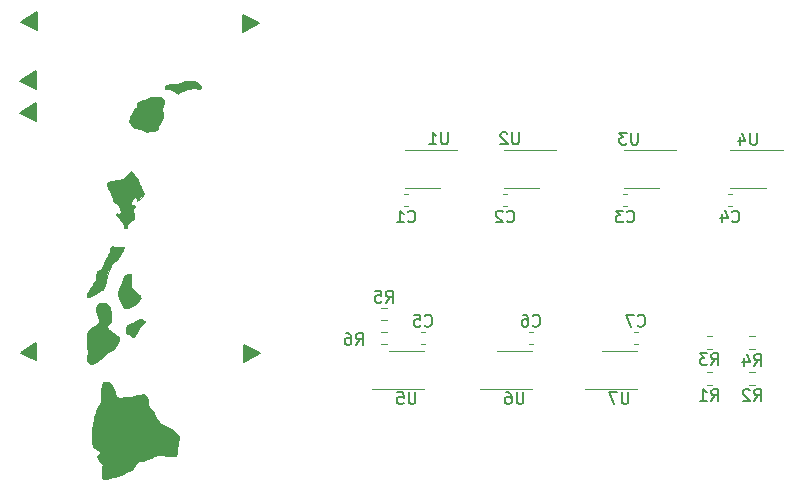
<source format=gbr>
%TF.GenerationSoftware,KiCad,Pcbnew,(6.0.10)*%
%TF.CreationDate,2022-12-26T22:40:19+13:00*%
%TF.ProjectId,esphome_shunt_monitor_ina226,65737068-6f6d-4655-9f73-68756e745f6d,rev?*%
%TF.SameCoordinates,Original*%
%TF.FileFunction,Legend,Bot*%
%TF.FilePolarity,Positive*%
%FSLAX46Y46*%
G04 Gerber Fmt 4.6, Leading zero omitted, Abs format (unit mm)*
G04 Created by KiCad (PCBNEW (6.0.10)) date 2022-12-26 22:40:19*
%MOMM*%
%LPD*%
G01*
G04 APERTURE LIST*
%ADD10C,0.150000*%
%ADD11C,0.120000*%
%ADD12C,0.010000*%
G04 APERTURE END LIST*
D10*
G36*
X70535800Y-94462600D02*
G01*
X69189600Y-93802200D01*
X70535800Y-92964000D01*
X70535800Y-94462600D01*
G37*
X70535800Y-94462600D02*
X69189600Y-93802200D01*
X70535800Y-92964000D01*
X70535800Y-94462600D01*
G36*
X89433400Y-93802200D02*
G01*
X88087200Y-94640400D01*
X88087200Y-93141800D01*
X89433400Y-93802200D01*
G37*
X89433400Y-93802200D02*
X88087200Y-94640400D01*
X88087200Y-93141800D01*
X89433400Y-93802200D01*
G36*
X89408000Y-65862200D02*
G01*
X88061800Y-66700400D01*
X88061800Y-65201800D01*
X89408000Y-65862200D01*
G37*
X89408000Y-65862200D02*
X88061800Y-66700400D01*
X88061800Y-65201800D01*
X89408000Y-65862200D01*
G36*
X70561200Y-66497200D02*
G01*
X69215000Y-65836800D01*
X70561200Y-64998600D01*
X70561200Y-66497200D01*
G37*
X70561200Y-66497200D02*
X69215000Y-65836800D01*
X70561200Y-64998600D01*
X70561200Y-66497200D01*
G36*
X70485000Y-74168000D02*
G01*
X69138800Y-73507600D01*
X70485000Y-72669400D01*
X70485000Y-74168000D01*
G37*
X70485000Y-74168000D02*
X69138800Y-73507600D01*
X70485000Y-72669400D01*
X70485000Y-74168000D01*
G36*
X70485000Y-71501000D02*
G01*
X69138800Y-70840600D01*
X70485000Y-70002400D01*
X70485000Y-71501000D01*
G37*
X70485000Y-71501000D02*
X69138800Y-70840600D01*
X70485000Y-70002400D01*
X70485000Y-71501000D01*
%TO.C,U2*%
X111378904Y-75169780D02*
X111378904Y-75979304D01*
X111331285Y-76074542D01*
X111283666Y-76122161D01*
X111188428Y-76169780D01*
X110997952Y-76169780D01*
X110902714Y-76122161D01*
X110855095Y-76074542D01*
X110807476Y-75979304D01*
X110807476Y-75169780D01*
X110378904Y-75265019D02*
X110331285Y-75217400D01*
X110236047Y-75169780D01*
X109997952Y-75169780D01*
X109902714Y-75217400D01*
X109855095Y-75265019D01*
X109807476Y-75360257D01*
X109807476Y-75455495D01*
X109855095Y-75598352D01*
X110426523Y-76169780D01*
X109807476Y-76169780D01*
%TO.C,R6*%
X97575666Y-93162380D02*
X97909000Y-92686190D01*
X98147095Y-93162380D02*
X98147095Y-92162380D01*
X97766142Y-92162380D01*
X97670904Y-92210000D01*
X97623285Y-92257619D01*
X97575666Y-92352857D01*
X97575666Y-92495714D01*
X97623285Y-92590952D01*
X97670904Y-92638571D01*
X97766142Y-92686190D01*
X98147095Y-92686190D01*
X96718523Y-92162380D02*
X96909000Y-92162380D01*
X97004238Y-92210000D01*
X97051857Y-92257619D01*
X97147095Y-92400476D01*
X97194714Y-92590952D01*
X97194714Y-92971904D01*
X97147095Y-93067142D01*
X97099476Y-93114761D01*
X97004238Y-93162380D01*
X96813761Y-93162380D01*
X96718523Y-93114761D01*
X96670904Y-93067142D01*
X96623285Y-92971904D01*
X96623285Y-92733809D01*
X96670904Y-92638571D01*
X96718523Y-92590952D01*
X96813761Y-92543333D01*
X97004238Y-92543333D01*
X97099476Y-92590952D01*
X97147095Y-92638571D01*
X97194714Y-92733809D01*
%TO.C,R5*%
X100115666Y-89573380D02*
X100449000Y-89097190D01*
X100687095Y-89573380D02*
X100687095Y-88573380D01*
X100306142Y-88573380D01*
X100210904Y-88621000D01*
X100163285Y-88668619D01*
X100115666Y-88763857D01*
X100115666Y-88906714D01*
X100163285Y-89001952D01*
X100210904Y-89049571D01*
X100306142Y-89097190D01*
X100687095Y-89097190D01*
X99210904Y-88573380D02*
X99687095Y-88573380D01*
X99734714Y-89049571D01*
X99687095Y-89001952D01*
X99591857Y-88954333D01*
X99353761Y-88954333D01*
X99258523Y-89001952D01*
X99210904Y-89049571D01*
X99163285Y-89144809D01*
X99163285Y-89382904D01*
X99210904Y-89478142D01*
X99258523Y-89525761D01*
X99353761Y-89573380D01*
X99591857Y-89573380D01*
X99687095Y-89525761D01*
X99734714Y-89478142D01*
%TO.C,U7*%
X120649904Y-97152380D02*
X120649904Y-97961904D01*
X120602285Y-98057142D01*
X120554666Y-98104761D01*
X120459428Y-98152380D01*
X120268952Y-98152380D01*
X120173714Y-98104761D01*
X120126095Y-98057142D01*
X120078476Y-97961904D01*
X120078476Y-97152380D01*
X119697523Y-97152380D02*
X119030857Y-97152380D01*
X119459428Y-98152380D01*
%TO.C,U6*%
X111759904Y-97152380D02*
X111759904Y-97961904D01*
X111712285Y-98057142D01*
X111664666Y-98104761D01*
X111569428Y-98152380D01*
X111378952Y-98152380D01*
X111283714Y-98104761D01*
X111236095Y-98057142D01*
X111188476Y-97961904D01*
X111188476Y-97152380D01*
X110283714Y-97152380D02*
X110474190Y-97152380D01*
X110569428Y-97200000D01*
X110617047Y-97247619D01*
X110712285Y-97390476D01*
X110759904Y-97580952D01*
X110759904Y-97961904D01*
X110712285Y-98057142D01*
X110664666Y-98104761D01*
X110569428Y-98152380D01*
X110378952Y-98152380D01*
X110283714Y-98104761D01*
X110236095Y-98057142D01*
X110188476Y-97961904D01*
X110188476Y-97723809D01*
X110236095Y-97628571D01*
X110283714Y-97580952D01*
X110378952Y-97533333D01*
X110569428Y-97533333D01*
X110664666Y-97580952D01*
X110712285Y-97628571D01*
X110759904Y-97723809D01*
%TO.C,C7*%
X121451666Y-91510142D02*
X121499285Y-91557761D01*
X121642142Y-91605380D01*
X121737380Y-91605380D01*
X121880238Y-91557761D01*
X121975476Y-91462523D01*
X122023095Y-91367285D01*
X122070714Y-91176809D01*
X122070714Y-91033952D01*
X122023095Y-90843476D01*
X121975476Y-90748238D01*
X121880238Y-90653000D01*
X121737380Y-90605380D01*
X121642142Y-90605380D01*
X121499285Y-90653000D01*
X121451666Y-90700619D01*
X121118333Y-90605380D02*
X120451666Y-90605380D01*
X120880238Y-91605380D01*
%TO.C,C6*%
X112561666Y-91510142D02*
X112609285Y-91557761D01*
X112752142Y-91605380D01*
X112847380Y-91605380D01*
X112990238Y-91557761D01*
X113085476Y-91462523D01*
X113133095Y-91367285D01*
X113180714Y-91176809D01*
X113180714Y-91033952D01*
X113133095Y-90843476D01*
X113085476Y-90748238D01*
X112990238Y-90653000D01*
X112847380Y-90605380D01*
X112752142Y-90605380D01*
X112609285Y-90653000D01*
X112561666Y-90700619D01*
X111704523Y-90605380D02*
X111895000Y-90605380D01*
X111990238Y-90653000D01*
X112037857Y-90700619D01*
X112133095Y-90843476D01*
X112180714Y-91033952D01*
X112180714Y-91414904D01*
X112133095Y-91510142D01*
X112085476Y-91557761D01*
X111990238Y-91605380D01*
X111799761Y-91605380D01*
X111704523Y-91557761D01*
X111656904Y-91510142D01*
X111609285Y-91414904D01*
X111609285Y-91176809D01*
X111656904Y-91081571D01*
X111704523Y-91033952D01*
X111799761Y-90986333D01*
X111990238Y-90986333D01*
X112085476Y-91033952D01*
X112133095Y-91081571D01*
X112180714Y-91176809D01*
%TO.C,R4*%
X131293666Y-94940380D02*
X131627000Y-94464190D01*
X131865095Y-94940380D02*
X131865095Y-93940380D01*
X131484142Y-93940380D01*
X131388904Y-93988000D01*
X131341285Y-94035619D01*
X131293666Y-94130857D01*
X131293666Y-94273714D01*
X131341285Y-94368952D01*
X131388904Y-94416571D01*
X131484142Y-94464190D01*
X131865095Y-94464190D01*
X130436523Y-94273714D02*
X130436523Y-94940380D01*
X130674619Y-93892761D02*
X130912714Y-94607047D01*
X130293666Y-94607047D01*
%TO.C,R3*%
X127674666Y-94846380D02*
X128008000Y-94370190D01*
X128246095Y-94846380D02*
X128246095Y-93846380D01*
X127865142Y-93846380D01*
X127769904Y-93894000D01*
X127722285Y-93941619D01*
X127674666Y-94036857D01*
X127674666Y-94179714D01*
X127722285Y-94274952D01*
X127769904Y-94322571D01*
X127865142Y-94370190D01*
X128246095Y-94370190D01*
X127341333Y-93846380D02*
X126722285Y-93846380D01*
X127055619Y-94227333D01*
X126912761Y-94227333D01*
X126817523Y-94274952D01*
X126769904Y-94322571D01*
X126722285Y-94417809D01*
X126722285Y-94655904D01*
X126769904Y-94751142D01*
X126817523Y-94798761D01*
X126912761Y-94846380D01*
X127198476Y-94846380D01*
X127293714Y-94798761D01*
X127341333Y-94751142D01*
%TO.C,R2*%
X131293666Y-97894380D02*
X131627000Y-97418190D01*
X131865095Y-97894380D02*
X131865095Y-96894380D01*
X131484142Y-96894380D01*
X131388904Y-96942000D01*
X131341285Y-96989619D01*
X131293666Y-97084857D01*
X131293666Y-97227714D01*
X131341285Y-97322952D01*
X131388904Y-97370571D01*
X131484142Y-97418190D01*
X131865095Y-97418190D01*
X130912714Y-96989619D02*
X130865095Y-96942000D01*
X130769857Y-96894380D01*
X130531761Y-96894380D01*
X130436523Y-96942000D01*
X130388904Y-96989619D01*
X130341285Y-97084857D01*
X130341285Y-97180095D01*
X130388904Y-97322952D01*
X130960333Y-97894380D01*
X130341285Y-97894380D01*
%TO.C,R1*%
X127674666Y-97894380D02*
X128008000Y-97418190D01*
X128246095Y-97894380D02*
X128246095Y-96894380D01*
X127865142Y-96894380D01*
X127769904Y-96942000D01*
X127722285Y-96989619D01*
X127674666Y-97084857D01*
X127674666Y-97227714D01*
X127722285Y-97322952D01*
X127769904Y-97370571D01*
X127865142Y-97418190D01*
X128246095Y-97418190D01*
X126722285Y-97894380D02*
X127293714Y-97894380D01*
X127008000Y-97894380D02*
X127008000Y-96894380D01*
X127103238Y-97037238D01*
X127198476Y-97132476D01*
X127293714Y-97180095D01*
%TO.C,C4*%
X129423877Y-82686142D02*
X129471496Y-82733761D01*
X129614353Y-82781380D01*
X129709591Y-82781380D01*
X129852449Y-82733761D01*
X129947687Y-82638523D01*
X129995306Y-82543285D01*
X130042925Y-82352809D01*
X130042925Y-82209952D01*
X129995306Y-82019476D01*
X129947687Y-81924238D01*
X129852449Y-81829000D01*
X129709591Y-81781380D01*
X129614353Y-81781380D01*
X129471496Y-81829000D01*
X129423877Y-81876619D01*
X128566734Y-82114714D02*
X128566734Y-82781380D01*
X128804830Y-81733761D02*
X129042925Y-82448047D01*
X128423877Y-82448047D01*
%TO.C,U5*%
X102615904Y-97152380D02*
X102615904Y-97961904D01*
X102568285Y-98057142D01*
X102520666Y-98104761D01*
X102425428Y-98152380D01*
X102234952Y-98152380D01*
X102139714Y-98104761D01*
X102092095Y-98057142D01*
X102044476Y-97961904D01*
X102044476Y-97152380D01*
X101092095Y-97152380D02*
X101568285Y-97152380D01*
X101615904Y-97628571D01*
X101568285Y-97580952D01*
X101473047Y-97533333D01*
X101234952Y-97533333D01*
X101139714Y-97580952D01*
X101092095Y-97628571D01*
X101044476Y-97723809D01*
X101044476Y-97961904D01*
X101092095Y-98057142D01*
X101139714Y-98104761D01*
X101234952Y-98152380D01*
X101473047Y-98152380D01*
X101568285Y-98104761D01*
X101615904Y-98057142D01*
%TO.C,U4*%
X131543115Y-75234380D02*
X131543115Y-76043904D01*
X131495496Y-76139142D01*
X131447877Y-76186761D01*
X131352639Y-76234380D01*
X131162163Y-76234380D01*
X131066925Y-76186761D01*
X131019306Y-76139142D01*
X130971687Y-76043904D01*
X130971687Y-75234380D01*
X130066925Y-75567714D02*
X130066925Y-76234380D01*
X130305020Y-75186761D02*
X130543115Y-75901047D01*
X129924068Y-75901047D01*
%TO.C,U3*%
X121462704Y-75195180D02*
X121462704Y-76004704D01*
X121415085Y-76099942D01*
X121367466Y-76147561D01*
X121272228Y-76195180D01*
X121081752Y-76195180D01*
X120986514Y-76147561D01*
X120938895Y-76099942D01*
X120891276Y-76004704D01*
X120891276Y-75195180D01*
X120510323Y-75195180D02*
X119891276Y-75195180D01*
X120224609Y-75576133D01*
X120081752Y-75576133D01*
X119986514Y-75623752D01*
X119938895Y-75671371D01*
X119891276Y-75766609D01*
X119891276Y-76004704D01*
X119938895Y-76099942D01*
X119986514Y-76147561D01*
X120081752Y-76195180D01*
X120367466Y-76195180D01*
X120462704Y-76147561D01*
X120510323Y-76099942D01*
%TO.C,C5*%
X103417666Y-91510142D02*
X103465285Y-91557761D01*
X103608142Y-91605380D01*
X103703380Y-91605380D01*
X103846238Y-91557761D01*
X103941476Y-91462523D01*
X103989095Y-91367285D01*
X104036714Y-91176809D01*
X104036714Y-91033952D01*
X103989095Y-90843476D01*
X103941476Y-90748238D01*
X103846238Y-90653000D01*
X103703380Y-90605380D01*
X103608142Y-90605380D01*
X103465285Y-90653000D01*
X103417666Y-90700619D01*
X102512904Y-90605380D02*
X102989095Y-90605380D01*
X103036714Y-91081571D01*
X102989095Y-91033952D01*
X102893857Y-90986333D01*
X102655761Y-90986333D01*
X102560523Y-91033952D01*
X102512904Y-91081571D01*
X102465285Y-91176809D01*
X102465285Y-91414904D01*
X102512904Y-91510142D01*
X102560523Y-91557761D01*
X102655761Y-91605380D01*
X102893857Y-91605380D01*
X102989095Y-91557761D01*
X103036714Y-91510142D01*
%TO.C,C3*%
X120533877Y-82686142D02*
X120581496Y-82733761D01*
X120724353Y-82781380D01*
X120819591Y-82781380D01*
X120962449Y-82733761D01*
X121057687Y-82638523D01*
X121105306Y-82543285D01*
X121152925Y-82352809D01*
X121152925Y-82209952D01*
X121105306Y-82019476D01*
X121057687Y-81924238D01*
X120962449Y-81829000D01*
X120819591Y-81781380D01*
X120724353Y-81781380D01*
X120581496Y-81829000D01*
X120533877Y-81876619D01*
X120200544Y-81781380D02*
X119581496Y-81781380D01*
X119914830Y-82162333D01*
X119771972Y-82162333D01*
X119676734Y-82209952D01*
X119629115Y-82257571D01*
X119581496Y-82352809D01*
X119581496Y-82590904D01*
X119629115Y-82686142D01*
X119676734Y-82733761D01*
X119771972Y-82781380D01*
X120057687Y-82781380D01*
X120152925Y-82733761D01*
X120200544Y-82686142D01*
%TO.C,C2*%
X110373877Y-82686142D02*
X110421496Y-82733761D01*
X110564353Y-82781380D01*
X110659591Y-82781380D01*
X110802449Y-82733761D01*
X110897687Y-82638523D01*
X110945306Y-82543285D01*
X110992925Y-82352809D01*
X110992925Y-82209952D01*
X110945306Y-82019476D01*
X110897687Y-81924238D01*
X110802449Y-81829000D01*
X110659591Y-81781380D01*
X110564353Y-81781380D01*
X110421496Y-81829000D01*
X110373877Y-81876619D01*
X109992925Y-81876619D02*
X109945306Y-81829000D01*
X109850068Y-81781380D01*
X109611972Y-81781380D01*
X109516734Y-81829000D01*
X109469115Y-81876619D01*
X109421496Y-81971857D01*
X109421496Y-82067095D01*
X109469115Y-82209952D01*
X110040544Y-82781380D01*
X109421496Y-82781380D01*
%TO.C,C1*%
X101991877Y-82686142D02*
X102039496Y-82733761D01*
X102182353Y-82781380D01*
X102277591Y-82781380D01*
X102420449Y-82733761D01*
X102515687Y-82638523D01*
X102563306Y-82543285D01*
X102610925Y-82352809D01*
X102610925Y-82209952D01*
X102563306Y-82019476D01*
X102515687Y-81924238D01*
X102420449Y-81829000D01*
X102277591Y-81781380D01*
X102182353Y-81781380D01*
X102039496Y-81829000D01*
X101991877Y-81876619D01*
X101039496Y-82781380D02*
X101610925Y-82781380D01*
X101325211Y-82781380D02*
X101325211Y-81781380D01*
X101420449Y-81924238D01*
X101515687Y-82019476D01*
X101610925Y-82067095D01*
%TO.C,U1*%
X105359104Y-75169780D02*
X105359104Y-75979304D01*
X105311485Y-76074542D01*
X105263866Y-76122161D01*
X105168628Y-76169780D01*
X104978152Y-76169780D01*
X104882914Y-76122161D01*
X104835295Y-76074542D01*
X104787676Y-75979304D01*
X104787676Y-75169780D01*
X103787676Y-76169780D02*
X104359104Y-76169780D01*
X104073390Y-76169780D02*
X104073390Y-75169780D01*
X104168628Y-75312638D01*
X104263866Y-75407876D01*
X104359104Y-75455495D01*
D11*
%TO.C,U2*%
X111604211Y-79842000D02*
X110104211Y-79842000D01*
X111604211Y-76622000D02*
X110104211Y-76622000D01*
X111604211Y-79842000D02*
X113104211Y-79842000D01*
X111604211Y-76622000D02*
X114529211Y-76622000D01*
%TO.C,G\u002A\u002A\u002A*%
G36*
X83726426Y-70796021D02*
G01*
X83812620Y-70803145D01*
X83882318Y-70818368D01*
X83951194Y-70844437D01*
X84034925Y-70884099D01*
X84076050Y-70905614D01*
X84225869Y-71003811D01*
X84352130Y-71115723D01*
X84395730Y-71164992D01*
X84462591Y-71264843D01*
X84482443Y-71349001D01*
X84457633Y-71424329D01*
X84453944Y-71429088D01*
X84429433Y-71442594D01*
X84381307Y-71450427D01*
X84301398Y-71452937D01*
X84181539Y-71450475D01*
X84013565Y-71443392D01*
X83739944Y-71437920D01*
X83493172Y-71452651D01*
X83278140Y-71491232D01*
X83083731Y-71556529D01*
X82898827Y-71651407D01*
X82712311Y-71778731D01*
X82535957Y-71912134D01*
X82260756Y-71727388D01*
X81985555Y-71542641D01*
X81731555Y-71523779D01*
X81620307Y-71513960D01*
X81504993Y-71495413D01*
X81436362Y-71466848D01*
X81408671Y-71422998D01*
X81416177Y-71358593D01*
X81453139Y-71268367D01*
X81479073Y-71220752D01*
X81518977Y-71173415D01*
X81574542Y-71137814D01*
X81653923Y-71111412D01*
X81765275Y-71091673D01*
X81916753Y-71076060D01*
X82116512Y-71062036D01*
X82224258Y-71055183D01*
X82373281Y-71044136D01*
X82488203Y-71031736D01*
X82583114Y-71015299D01*
X82672102Y-70992141D01*
X82769257Y-70959578D01*
X82888666Y-70914925D01*
X82971715Y-70883514D01*
X83087848Y-70842533D01*
X83181836Y-70816805D01*
X83272981Y-70802671D01*
X83380588Y-70796473D01*
X83523962Y-70794555D01*
X83608059Y-70794247D01*
X83726426Y-70796021D01*
G37*
D12*
X83726426Y-70796021D02*
X83812620Y-70803145D01*
X83882318Y-70818368D01*
X83951194Y-70844437D01*
X84034925Y-70884099D01*
X84076050Y-70905614D01*
X84225869Y-71003811D01*
X84352130Y-71115723D01*
X84395730Y-71164992D01*
X84462591Y-71264843D01*
X84482443Y-71349001D01*
X84457633Y-71424329D01*
X84453944Y-71429088D01*
X84429433Y-71442594D01*
X84381307Y-71450427D01*
X84301398Y-71452937D01*
X84181539Y-71450475D01*
X84013565Y-71443392D01*
X83739944Y-71437920D01*
X83493172Y-71452651D01*
X83278140Y-71491232D01*
X83083731Y-71556529D01*
X82898827Y-71651407D01*
X82712311Y-71778731D01*
X82535957Y-71912134D01*
X82260756Y-71727388D01*
X81985555Y-71542641D01*
X81731555Y-71523779D01*
X81620307Y-71513960D01*
X81504993Y-71495413D01*
X81436362Y-71466848D01*
X81408671Y-71422998D01*
X81416177Y-71358593D01*
X81453139Y-71268367D01*
X81479073Y-71220752D01*
X81518977Y-71173415D01*
X81574542Y-71137814D01*
X81653923Y-71111412D01*
X81765275Y-71091673D01*
X81916753Y-71076060D01*
X82116512Y-71062036D01*
X82224258Y-71055183D01*
X82373281Y-71044136D01*
X82488203Y-71031736D01*
X82583114Y-71015299D01*
X82672102Y-70992141D01*
X82769257Y-70959578D01*
X82888666Y-70914925D01*
X82971715Y-70883514D01*
X83087848Y-70842533D01*
X83181836Y-70816805D01*
X83272981Y-70802671D01*
X83380588Y-70796473D01*
X83523962Y-70794555D01*
X83608059Y-70794247D01*
X83726426Y-70796021D01*
G36*
X76347566Y-96282847D02*
G01*
X76354961Y-96283063D01*
X76506620Y-96296351D01*
X76622892Y-96331064D01*
X76722636Y-96395744D01*
X76824713Y-96498932D01*
X76944450Y-96651742D01*
X77079132Y-96885792D01*
X77160853Y-97124539D01*
X77171336Y-97170731D01*
X77205123Y-97315543D01*
X77231750Y-97416934D01*
X77254954Y-97484223D01*
X77278475Y-97526732D01*
X77306052Y-97553783D01*
X77341423Y-97574696D01*
X77417725Y-97602934D01*
X77502617Y-97616000D01*
X77550817Y-97615568D01*
X77647216Y-97614593D01*
X77779535Y-97613198D01*
X77937160Y-97611495D01*
X78109476Y-97609595D01*
X78636064Y-97603734D01*
X78693782Y-97530387D01*
X78704213Y-97517654D01*
X78740528Y-97484791D01*
X78789904Y-97463680D01*
X78866790Y-97449774D01*
X78985639Y-97438523D01*
X78997246Y-97437570D01*
X79133446Y-97422309D01*
X79268584Y-97401073D01*
X79375000Y-97378150D01*
X79460828Y-97356047D01*
X79548130Y-97341222D01*
X79610294Y-97348494D01*
X79664156Y-97380895D01*
X79726551Y-97441456D01*
X79774688Y-97494958D01*
X79886231Y-97661475D01*
X79949899Y-97844337D01*
X79970792Y-98056387D01*
X79970998Y-98075635D01*
X79976289Y-98188082D01*
X79987059Y-98281150D01*
X80001291Y-98336315D01*
X80020584Y-98364021D01*
X80075636Y-98428288D01*
X80154408Y-98512490D01*
X80246868Y-98605623D01*
X80261339Y-98619808D01*
X80355428Y-98714682D01*
X80419018Y-98788115D01*
X80461898Y-98855025D01*
X80493860Y-98930333D01*
X80524696Y-99028956D01*
X80526151Y-99033927D01*
X80577896Y-99177975D01*
X80649496Y-99314791D01*
X80752414Y-99466400D01*
X80814190Y-99548659D01*
X80910118Y-99665774D01*
X81004553Y-99762405D01*
X81108250Y-99846907D01*
X81231964Y-99927632D01*
X81386447Y-100012934D01*
X81582454Y-100111167D01*
X81658536Y-100148668D01*
X81897602Y-100273521D01*
X82091236Y-100388332D01*
X82246093Y-100498208D01*
X82368829Y-100608256D01*
X82466100Y-100723580D01*
X82544563Y-100849289D01*
X82561260Y-100884719D01*
X82587195Y-100999260D01*
X82578684Y-101137749D01*
X82535525Y-101310415D01*
X82512712Y-101397105D01*
X82488743Y-101531663D01*
X82479444Y-101649268D01*
X82477592Y-101711098D01*
X82466925Y-101821672D01*
X82449934Y-101907809D01*
X82448022Y-101914662D01*
X82433935Y-101996644D01*
X82423808Y-102109934D01*
X82419724Y-102232178D01*
X82419723Y-102232343D01*
X82411562Y-102389377D01*
X82387942Y-102493117D01*
X82348409Y-102544681D01*
X82292508Y-102545188D01*
X82282745Y-102543030D01*
X82221262Y-102540151D01*
X82119168Y-102541919D01*
X81988032Y-102548003D01*
X81839423Y-102558075D01*
X81434877Y-102589589D01*
X81300994Y-102513394D01*
X81272107Y-102497711D01*
X81156395Y-102453071D01*
X81036287Y-102440983D01*
X80897898Y-102461478D01*
X80727344Y-102514584D01*
X80664776Y-102537295D01*
X80525643Y-102587803D01*
X80370131Y-102644263D01*
X80221666Y-102698170D01*
X80127071Y-102733308D01*
X79997018Y-102784000D01*
X79886521Y-102829722D01*
X79812444Y-102863652D01*
X79700748Y-102911590D01*
X79542232Y-102960938D01*
X79381033Y-102995358D01*
X79242985Y-103008289D01*
X79237750Y-103008297D01*
X79171497Y-103012459D01*
X79122803Y-103031490D01*
X79075196Y-103075963D01*
X79012204Y-103156456D01*
X78963941Y-103223852D01*
X78882373Y-103346551D01*
X78813376Y-103459845D01*
X78801055Y-103481478D01*
X78737025Y-103588803D01*
X78682264Y-103661933D01*
X78621897Y-103714284D01*
X78541047Y-103759278D01*
X78424839Y-103810332D01*
X78414310Y-103814788D01*
X78281626Y-103872867D01*
X78145447Y-103935304D01*
X78033679Y-103989330D01*
X77888939Y-104057482D01*
X77681891Y-104143397D01*
X77454040Y-104227935D01*
X77215713Y-104307989D01*
X76977238Y-104380454D01*
X76748943Y-104442222D01*
X76541157Y-104490189D01*
X76364206Y-104521246D01*
X76228419Y-104532289D01*
X76172891Y-104527113D01*
X76127251Y-104498143D01*
X76087337Y-104430003D01*
X76084653Y-104424123D01*
X76055455Y-104317463D01*
X76040685Y-104174365D01*
X76040425Y-104011750D01*
X76054758Y-103846541D01*
X76083765Y-103695660D01*
X76120597Y-103513211D01*
X76125807Y-103362482D01*
X76097664Y-103253378D01*
X76096390Y-103250981D01*
X76060435Y-103197145D01*
X76000112Y-103118445D01*
X75927762Y-103031030D01*
X75853528Y-102936389D01*
X75776726Y-102822552D01*
X75721525Y-102723308D01*
X75653411Y-102576291D01*
X75799705Y-102423422D01*
X75810885Y-102411702D01*
X75880621Y-102336737D01*
X75931697Y-102278703D01*
X75953732Y-102249334D01*
X75939208Y-102229311D01*
X75887668Y-102184144D01*
X75808962Y-102122372D01*
X75713553Y-102051723D01*
X75611906Y-101979926D01*
X75514483Y-101914710D01*
X75431750Y-101863804D01*
X75425324Y-101859966D01*
X75356510Y-101800162D01*
X75312624Y-101730819D01*
X75296904Y-101672201D01*
X75275262Y-101553046D01*
X75254567Y-101401143D01*
X75236092Y-101230162D01*
X75221111Y-101053769D01*
X75210899Y-100885634D01*
X75206731Y-100739425D01*
X75209880Y-100628809D01*
X75211723Y-100607877D01*
X75229962Y-100456893D01*
X75259019Y-100269685D01*
X75296899Y-100055445D01*
X75341607Y-99823366D01*
X75391148Y-99582640D01*
X75443526Y-99342459D01*
X75496746Y-99112017D01*
X75548813Y-98900505D01*
X75597732Y-98717117D01*
X75641506Y-98571044D01*
X75678141Y-98471478D01*
X75706461Y-98414239D01*
X75768884Y-98306762D01*
X75836900Y-98205350D01*
X75881021Y-98140840D01*
X75939240Y-98042237D01*
X75977121Y-97961205D01*
X75977911Y-97958948D01*
X75997207Y-97864880D01*
X76008472Y-97724077D01*
X76011545Y-97545397D01*
X76006266Y-97337700D01*
X75992477Y-97109845D01*
X75990279Y-97080399D01*
X75984584Y-96962030D01*
X75989412Y-96873669D01*
X76007314Y-96793728D01*
X76040841Y-96700623D01*
X76069787Y-96620340D01*
X76105121Y-96502023D01*
X76126513Y-96404289D01*
X76145344Y-96277289D01*
X76347566Y-96282847D01*
G37*
X76347566Y-96282847D02*
X76354961Y-96283063D01*
X76506620Y-96296351D01*
X76622892Y-96331064D01*
X76722636Y-96395744D01*
X76824713Y-96498932D01*
X76944450Y-96651742D01*
X77079132Y-96885792D01*
X77160853Y-97124539D01*
X77171336Y-97170731D01*
X77205123Y-97315543D01*
X77231750Y-97416934D01*
X77254954Y-97484223D01*
X77278475Y-97526732D01*
X77306052Y-97553783D01*
X77341423Y-97574696D01*
X77417725Y-97602934D01*
X77502617Y-97616000D01*
X77550817Y-97615568D01*
X77647216Y-97614593D01*
X77779535Y-97613198D01*
X77937160Y-97611495D01*
X78109476Y-97609595D01*
X78636064Y-97603734D01*
X78693782Y-97530387D01*
X78704213Y-97517654D01*
X78740528Y-97484791D01*
X78789904Y-97463680D01*
X78866790Y-97449774D01*
X78985639Y-97438523D01*
X78997246Y-97437570D01*
X79133446Y-97422309D01*
X79268584Y-97401073D01*
X79375000Y-97378150D01*
X79460828Y-97356047D01*
X79548130Y-97341222D01*
X79610294Y-97348494D01*
X79664156Y-97380895D01*
X79726551Y-97441456D01*
X79774688Y-97494958D01*
X79886231Y-97661475D01*
X79949899Y-97844337D01*
X79970792Y-98056387D01*
X79970998Y-98075635D01*
X79976289Y-98188082D01*
X79987059Y-98281150D01*
X80001291Y-98336315D01*
X80020584Y-98364021D01*
X80075636Y-98428288D01*
X80154408Y-98512490D01*
X80246868Y-98605623D01*
X80261339Y-98619808D01*
X80355428Y-98714682D01*
X80419018Y-98788115D01*
X80461898Y-98855025D01*
X80493860Y-98930333D01*
X80524696Y-99028956D01*
X80526151Y-99033927D01*
X80577896Y-99177975D01*
X80649496Y-99314791D01*
X80752414Y-99466400D01*
X80814190Y-99548659D01*
X80910118Y-99665774D01*
X81004553Y-99762405D01*
X81108250Y-99846907D01*
X81231964Y-99927632D01*
X81386447Y-100012934D01*
X81582454Y-100111167D01*
X81658536Y-100148668D01*
X81897602Y-100273521D01*
X82091236Y-100388332D01*
X82246093Y-100498208D01*
X82368829Y-100608256D01*
X82466100Y-100723580D01*
X82544563Y-100849289D01*
X82561260Y-100884719D01*
X82587195Y-100999260D01*
X82578684Y-101137749D01*
X82535525Y-101310415D01*
X82512712Y-101397105D01*
X82488743Y-101531663D01*
X82479444Y-101649268D01*
X82477592Y-101711098D01*
X82466925Y-101821672D01*
X82449934Y-101907809D01*
X82448022Y-101914662D01*
X82433935Y-101996644D01*
X82423808Y-102109934D01*
X82419724Y-102232178D01*
X82419723Y-102232343D01*
X82411562Y-102389377D01*
X82387942Y-102493117D01*
X82348409Y-102544681D01*
X82292508Y-102545188D01*
X82282745Y-102543030D01*
X82221262Y-102540151D01*
X82119168Y-102541919D01*
X81988032Y-102548003D01*
X81839423Y-102558075D01*
X81434877Y-102589589D01*
X81300994Y-102513394D01*
X81272107Y-102497711D01*
X81156395Y-102453071D01*
X81036287Y-102440983D01*
X80897898Y-102461478D01*
X80727344Y-102514584D01*
X80664776Y-102537295D01*
X80525643Y-102587803D01*
X80370131Y-102644263D01*
X80221666Y-102698170D01*
X80127071Y-102733308D01*
X79997018Y-102784000D01*
X79886521Y-102829722D01*
X79812444Y-102863652D01*
X79700748Y-102911590D01*
X79542232Y-102960938D01*
X79381033Y-102995358D01*
X79242985Y-103008289D01*
X79237750Y-103008297D01*
X79171497Y-103012459D01*
X79122803Y-103031490D01*
X79075196Y-103075963D01*
X79012204Y-103156456D01*
X78963941Y-103223852D01*
X78882373Y-103346551D01*
X78813376Y-103459845D01*
X78801055Y-103481478D01*
X78737025Y-103588803D01*
X78682264Y-103661933D01*
X78621897Y-103714284D01*
X78541047Y-103759278D01*
X78424839Y-103810332D01*
X78414310Y-103814788D01*
X78281626Y-103872867D01*
X78145447Y-103935304D01*
X78033679Y-103989330D01*
X77888939Y-104057482D01*
X77681891Y-104143397D01*
X77454040Y-104227935D01*
X77215713Y-104307989D01*
X76977238Y-104380454D01*
X76748943Y-104442222D01*
X76541157Y-104490189D01*
X76364206Y-104521246D01*
X76228419Y-104532289D01*
X76172891Y-104527113D01*
X76127251Y-104498143D01*
X76087337Y-104430003D01*
X76084653Y-104424123D01*
X76055455Y-104317463D01*
X76040685Y-104174365D01*
X76040425Y-104011750D01*
X76054758Y-103846541D01*
X76083765Y-103695660D01*
X76120597Y-103513211D01*
X76125807Y-103362482D01*
X76097664Y-103253378D01*
X76096390Y-103250981D01*
X76060435Y-103197145D01*
X76000112Y-103118445D01*
X75927762Y-103031030D01*
X75853528Y-102936389D01*
X75776726Y-102822552D01*
X75721525Y-102723308D01*
X75653411Y-102576291D01*
X75799705Y-102423422D01*
X75810885Y-102411702D01*
X75880621Y-102336737D01*
X75931697Y-102278703D01*
X75953732Y-102249334D01*
X75939208Y-102229311D01*
X75887668Y-102184144D01*
X75808962Y-102122372D01*
X75713553Y-102051723D01*
X75611906Y-101979926D01*
X75514483Y-101914710D01*
X75431750Y-101863804D01*
X75425324Y-101859966D01*
X75356510Y-101800162D01*
X75312624Y-101730819D01*
X75296904Y-101672201D01*
X75275262Y-101553046D01*
X75254567Y-101401143D01*
X75236092Y-101230162D01*
X75221111Y-101053769D01*
X75210899Y-100885634D01*
X75206731Y-100739425D01*
X75209880Y-100628809D01*
X75211723Y-100607877D01*
X75229962Y-100456893D01*
X75259019Y-100269685D01*
X75296899Y-100055445D01*
X75341607Y-99823366D01*
X75391148Y-99582640D01*
X75443526Y-99342459D01*
X75496746Y-99112017D01*
X75548813Y-98900505D01*
X75597732Y-98717117D01*
X75641506Y-98571044D01*
X75678141Y-98471478D01*
X75706461Y-98414239D01*
X75768884Y-98306762D01*
X75836900Y-98205350D01*
X75881021Y-98140840D01*
X75939240Y-98042237D01*
X75977121Y-97961205D01*
X75977911Y-97958948D01*
X75997207Y-97864880D01*
X76008472Y-97724077D01*
X76011545Y-97545397D01*
X76006266Y-97337700D01*
X75992477Y-97109845D01*
X75990279Y-97080399D01*
X75984584Y-96962030D01*
X75989412Y-96873669D01*
X76007314Y-96793728D01*
X76040841Y-96700623D01*
X76069787Y-96620340D01*
X76105121Y-96502023D01*
X76126513Y-96404289D01*
X76145344Y-96277289D01*
X76347566Y-96282847D01*
G36*
X80419769Y-72135745D02*
G01*
X80474688Y-72150163D01*
X80545878Y-72166527D01*
X80667004Y-72182869D01*
X80788955Y-72189317D01*
X80842391Y-72190211D01*
X81009590Y-72208268D01*
X81139725Y-72252255D01*
X81244722Y-72325743D01*
X81273346Y-72356374D01*
X81311617Y-72430359D01*
X81320255Y-72524928D01*
X81299342Y-72649283D01*
X81248957Y-72812624D01*
X81218357Y-72908949D01*
X81178877Y-73117014D01*
X81184563Y-73310283D01*
X81235154Y-73501770D01*
X81258565Y-73569643D01*
X81283646Y-73685434D01*
X81280877Y-73788168D01*
X81277135Y-73808340D01*
X81244554Y-73915383D01*
X81188796Y-74052619D01*
X81116179Y-74206454D01*
X81033020Y-74363294D01*
X80945637Y-74509545D01*
X80925489Y-74542133D01*
X80863895Y-74667136D01*
X80842555Y-74765681D01*
X80832072Y-74835387D01*
X80783272Y-74913339D01*
X80689442Y-74980296D01*
X80544876Y-75041548D01*
X80485726Y-75060713D01*
X80354524Y-75086798D01*
X80221666Y-75084867D01*
X80160681Y-75080372D01*
X80070406Y-75085505D01*
X80011661Y-75111164D01*
X79981154Y-75131910D01*
X79933166Y-75148207D01*
X79876534Y-75140326D01*
X79798709Y-75105561D01*
X79687141Y-75041209D01*
X79551225Y-74964263D01*
X79394333Y-74894314D01*
X79232763Y-74848018D01*
X79041190Y-74816570D01*
X79022278Y-74814156D01*
X78914603Y-74798795D01*
X78828718Y-74783962D01*
X78781771Y-74772567D01*
X78750990Y-74748201D01*
X78694086Y-74685959D01*
X78623075Y-74598404D01*
X78547045Y-74497259D01*
X78475085Y-74394249D01*
X78416284Y-74301097D01*
X78402580Y-74277282D01*
X78374388Y-74216734D01*
X78374165Y-74170223D01*
X78399645Y-74111999D01*
X78400633Y-74110075D01*
X78431107Y-74035950D01*
X78443824Y-73976080D01*
X78457596Y-73874717D01*
X78519110Y-73726478D01*
X78625040Y-73580776D01*
X78645598Y-73557584D01*
X78706644Y-73479838D01*
X78733832Y-73421622D01*
X78734356Y-73369004D01*
X78731675Y-73329720D01*
X78753394Y-73274237D01*
X78814736Y-73209010D01*
X78835911Y-73190649D01*
X78916294Y-73130805D01*
X78986944Y-73090527D01*
X78993163Y-73087864D01*
X79032699Y-73065845D01*
X79054087Y-73033361D01*
X79062861Y-72975092D01*
X79064555Y-72875718D01*
X79064555Y-72693772D01*
X79579611Y-72444273D01*
X79698366Y-72386881D01*
X79886193Y-72297293D01*
X80034176Y-72229416D01*
X80149269Y-72180966D01*
X80238422Y-72149658D01*
X80308588Y-72133208D01*
X80366720Y-72129332D01*
X80419769Y-72135745D01*
G37*
X80419769Y-72135745D02*
X80474688Y-72150163D01*
X80545878Y-72166527D01*
X80667004Y-72182869D01*
X80788955Y-72189317D01*
X80842391Y-72190211D01*
X81009590Y-72208268D01*
X81139725Y-72252255D01*
X81244722Y-72325743D01*
X81273346Y-72356374D01*
X81311617Y-72430359D01*
X81320255Y-72524928D01*
X81299342Y-72649283D01*
X81248957Y-72812624D01*
X81218357Y-72908949D01*
X81178877Y-73117014D01*
X81184563Y-73310283D01*
X81235154Y-73501770D01*
X81258565Y-73569643D01*
X81283646Y-73685434D01*
X81280877Y-73788168D01*
X81277135Y-73808340D01*
X81244554Y-73915383D01*
X81188796Y-74052619D01*
X81116179Y-74206454D01*
X81033020Y-74363294D01*
X80945637Y-74509545D01*
X80925489Y-74542133D01*
X80863895Y-74667136D01*
X80842555Y-74765681D01*
X80832072Y-74835387D01*
X80783272Y-74913339D01*
X80689442Y-74980296D01*
X80544876Y-75041548D01*
X80485726Y-75060713D01*
X80354524Y-75086798D01*
X80221666Y-75084867D01*
X80160681Y-75080372D01*
X80070406Y-75085505D01*
X80011661Y-75111164D01*
X79981154Y-75131910D01*
X79933166Y-75148207D01*
X79876534Y-75140326D01*
X79798709Y-75105561D01*
X79687141Y-75041209D01*
X79551225Y-74964263D01*
X79394333Y-74894314D01*
X79232763Y-74848018D01*
X79041190Y-74816570D01*
X79022278Y-74814156D01*
X78914603Y-74798795D01*
X78828718Y-74783962D01*
X78781771Y-74772567D01*
X78750990Y-74748201D01*
X78694086Y-74685959D01*
X78623075Y-74598404D01*
X78547045Y-74497259D01*
X78475085Y-74394249D01*
X78416284Y-74301097D01*
X78402580Y-74277282D01*
X78374388Y-74216734D01*
X78374165Y-74170223D01*
X78399645Y-74111999D01*
X78400633Y-74110075D01*
X78431107Y-74035950D01*
X78443824Y-73976080D01*
X78457596Y-73874717D01*
X78519110Y-73726478D01*
X78625040Y-73580776D01*
X78645598Y-73557584D01*
X78706644Y-73479838D01*
X78733832Y-73421622D01*
X78734356Y-73369004D01*
X78731675Y-73329720D01*
X78753394Y-73274237D01*
X78814736Y-73209010D01*
X78835911Y-73190649D01*
X78916294Y-73130805D01*
X78986944Y-73090527D01*
X78993163Y-73087864D01*
X79032699Y-73065845D01*
X79054087Y-73033361D01*
X79062861Y-72975092D01*
X79064555Y-72875718D01*
X79064555Y-72693772D01*
X79579611Y-72444273D01*
X79698366Y-72386881D01*
X79886193Y-72297293D01*
X80034176Y-72229416D01*
X80149269Y-72180966D01*
X80238422Y-72149658D01*
X80308588Y-72133208D01*
X80366720Y-72129332D01*
X80419769Y-72135745D01*
G36*
X79374161Y-90963172D02*
G01*
X79463942Y-90997707D01*
X79560448Y-91053513D01*
X79641907Y-91119115D01*
X79651751Y-91129063D01*
X79695779Y-91176706D01*
X79713666Y-91201771D01*
X79700737Y-91219336D01*
X79656132Y-91270740D01*
X79587206Y-91346962D01*
X79501812Y-91439204D01*
X79452574Y-91492791D01*
X79339850Y-91622749D01*
X79241207Y-91746325D01*
X79162947Y-91854980D01*
X79111370Y-91940179D01*
X79092778Y-91993386D01*
X79084275Y-92043750D01*
X79045927Y-92139947D01*
X78986270Y-92246352D01*
X78915897Y-92344822D01*
X78845396Y-92417213D01*
X78730909Y-92508248D01*
X78566315Y-92380438D01*
X78492001Y-92326441D01*
X78404685Y-92276980D01*
X78349298Y-92266337D01*
X78301734Y-92268196D01*
X78230286Y-92249707D01*
X78181043Y-92203470D01*
X78147595Y-92108169D01*
X78134142Y-91963764D01*
X78140314Y-91768278D01*
X78149173Y-91670376D01*
X78163620Y-91597465D01*
X78187942Y-91551082D01*
X78227651Y-91515256D01*
X78242528Y-91505174D01*
X78311612Y-91464179D01*
X78414357Y-91407661D01*
X78541487Y-91340292D01*
X78683727Y-91266745D01*
X78831801Y-91191693D01*
X78976434Y-91119808D01*
X79108348Y-91055764D01*
X79218270Y-91004233D01*
X79296923Y-90969887D01*
X79335031Y-90957400D01*
X79374161Y-90963172D01*
G37*
X79374161Y-90963172D02*
X79463942Y-90997707D01*
X79560448Y-91053513D01*
X79641907Y-91119115D01*
X79651751Y-91129063D01*
X79695779Y-91176706D01*
X79713666Y-91201771D01*
X79700737Y-91219336D01*
X79656132Y-91270740D01*
X79587206Y-91346962D01*
X79501812Y-91439204D01*
X79452574Y-91492791D01*
X79339850Y-91622749D01*
X79241207Y-91746325D01*
X79162947Y-91854980D01*
X79111370Y-91940179D01*
X79092778Y-91993386D01*
X79084275Y-92043750D01*
X79045927Y-92139947D01*
X78986270Y-92246352D01*
X78915897Y-92344822D01*
X78845396Y-92417213D01*
X78730909Y-92508248D01*
X78566315Y-92380438D01*
X78492001Y-92326441D01*
X78404685Y-92276980D01*
X78349298Y-92266337D01*
X78301734Y-92268196D01*
X78230286Y-92249707D01*
X78181043Y-92203470D01*
X78147595Y-92108169D01*
X78134142Y-91963764D01*
X78140314Y-91768278D01*
X78149173Y-91670376D01*
X78163620Y-91597465D01*
X78187942Y-91551082D01*
X78227651Y-91515256D01*
X78242528Y-91505174D01*
X78311612Y-91464179D01*
X78414357Y-91407661D01*
X78541487Y-91340292D01*
X78683727Y-91266745D01*
X78831801Y-91191693D01*
X78976434Y-91119808D01*
X79108348Y-91055764D01*
X79218270Y-91004233D01*
X79296923Y-90969887D01*
X79335031Y-90957400D01*
X79374161Y-90963172D01*
G36*
X78529670Y-78430839D02*
G01*
X78563759Y-78469003D01*
X78617290Y-78538991D01*
X78681900Y-78630095D01*
X78689338Y-78640861D01*
X78777525Y-78761781D01*
X78874606Y-78885648D01*
X78960882Y-78987244D01*
X79001447Y-79034300D01*
X79088057Y-79154348D01*
X79168067Y-79297589D01*
X79247090Y-79474793D01*
X79330744Y-79696734D01*
X79346691Y-79739544D01*
X79403289Y-79875009D01*
X79472303Y-80024385D01*
X79542254Y-80162400D01*
X79678763Y-80416400D01*
X79364603Y-80716205D01*
X79050444Y-81016010D01*
X79032296Y-80877956D01*
X79008036Y-80763676D01*
X78964566Y-80683226D01*
X78904533Y-80656289D01*
X78868133Y-80669485D01*
X78802434Y-80719728D01*
X78726121Y-80796060D01*
X78650189Y-80886221D01*
X78585629Y-80977952D01*
X78543433Y-81058993D01*
X78525512Y-81107359D01*
X78508436Y-81170471D01*
X78512926Y-81214520D01*
X78538454Y-81260938D01*
X78566009Y-81294595D01*
X78623058Y-81325648D01*
X78715570Y-81339117D01*
X78791971Y-81349106D01*
X78864143Y-81381428D01*
X78887027Y-81437163D01*
X78863058Y-81519284D01*
X78861776Y-81521909D01*
X78817609Y-81581354D01*
X78762202Y-81593206D01*
X78711550Y-81596338D01*
X78672186Y-81638161D01*
X78668407Y-81722865D01*
X78700375Y-81849778D01*
X78711171Y-81882910D01*
X78751507Y-82030898D01*
X78781442Y-82180268D01*
X78799085Y-82317297D01*
X78802545Y-82428263D01*
X78789929Y-82499443D01*
X78789507Y-82500347D01*
X78744875Y-82550384D01*
X78656318Y-82613817D01*
X78532569Y-82684369D01*
X78453252Y-82727308D01*
X78325846Y-82809049D01*
X78243767Y-82886275D01*
X78200786Y-82965721D01*
X78190676Y-83054122D01*
X78192565Y-83099883D01*
X78192646Y-83185048D01*
X78181538Y-83230782D01*
X78153956Y-83249278D01*
X78104617Y-83252734D01*
X78034004Y-83244227D01*
X77967045Y-83219933D01*
X77941567Y-83199920D01*
X77927828Y-83160346D01*
X77941101Y-83090872D01*
X77945883Y-83072045D01*
X77951960Y-83013955D01*
X77938048Y-82957586D01*
X77898609Y-82893120D01*
X77828104Y-82810740D01*
X77720997Y-82700625D01*
X77690837Y-82669522D01*
X77583219Y-82536354D01*
X77520436Y-82415360D01*
X77519095Y-82411463D01*
X77463703Y-82302532D01*
X77381607Y-82230796D01*
X77342023Y-82207016D01*
X77299819Y-82173342D01*
X77290585Y-82136453D01*
X77304007Y-82075742D01*
X77315559Y-82041015D01*
X77338161Y-82029774D01*
X77386464Y-82056626D01*
X77412698Y-82071492D01*
X77505398Y-82092518D01*
X77589076Y-82069198D01*
X77647289Y-82004799D01*
X77648588Y-82002051D01*
X77664506Y-81955744D01*
X77665199Y-81904221D01*
X77648772Y-81831745D01*
X77613333Y-81722577D01*
X77612590Y-81720409D01*
X77574733Y-81600932D01*
X77542861Y-81484569D01*
X77523806Y-81396220D01*
X77522499Y-81388379D01*
X77478220Y-81271541D01*
X77392152Y-81191712D01*
X77262526Y-81147205D01*
X77253719Y-81145586D01*
X77142235Y-81116054D01*
X77080069Y-81076691D01*
X77060777Y-81023551D01*
X77052929Y-80964082D01*
X77026042Y-80856580D01*
X76984258Y-80720257D01*
X76931988Y-80567395D01*
X76873641Y-80410276D01*
X76813629Y-80261183D01*
X76756360Y-80132397D01*
X76706246Y-80036199D01*
X76692165Y-80012245D01*
X76627516Y-79896061D01*
X76571069Y-79785545D01*
X76533705Y-79701781D01*
X76517806Y-79658936D01*
X76501354Y-79595643D01*
X76507740Y-79545885D01*
X76537404Y-79483747D01*
X76565136Y-79437801D01*
X76599269Y-79398087D01*
X76645206Y-79364302D01*
X76709243Y-79334474D01*
X76797681Y-79306631D01*
X76916817Y-79278800D01*
X77072950Y-79249009D01*
X77272379Y-79215288D01*
X77521401Y-79175663D01*
X77623609Y-79158211D01*
X77746701Y-79129810D01*
X77839110Y-79095644D01*
X77916512Y-79050757D01*
X77940600Y-79033166D01*
X78036273Y-78952335D01*
X78148217Y-78846010D01*
X78262239Y-78728630D01*
X78364147Y-78614632D01*
X78439748Y-78518456D01*
X78453197Y-78499822D01*
X78496331Y-78447732D01*
X78523199Y-78426876D01*
X78529670Y-78430839D01*
G37*
X78529670Y-78430839D02*
X78563759Y-78469003D01*
X78617290Y-78538991D01*
X78681900Y-78630095D01*
X78689338Y-78640861D01*
X78777525Y-78761781D01*
X78874606Y-78885648D01*
X78960882Y-78987244D01*
X79001447Y-79034300D01*
X79088057Y-79154348D01*
X79168067Y-79297589D01*
X79247090Y-79474793D01*
X79330744Y-79696734D01*
X79346691Y-79739544D01*
X79403289Y-79875009D01*
X79472303Y-80024385D01*
X79542254Y-80162400D01*
X79678763Y-80416400D01*
X79364603Y-80716205D01*
X79050444Y-81016010D01*
X79032296Y-80877956D01*
X79008036Y-80763676D01*
X78964566Y-80683226D01*
X78904533Y-80656289D01*
X78868133Y-80669485D01*
X78802434Y-80719728D01*
X78726121Y-80796060D01*
X78650189Y-80886221D01*
X78585629Y-80977952D01*
X78543433Y-81058993D01*
X78525512Y-81107359D01*
X78508436Y-81170471D01*
X78512926Y-81214520D01*
X78538454Y-81260938D01*
X78566009Y-81294595D01*
X78623058Y-81325648D01*
X78715570Y-81339117D01*
X78791971Y-81349106D01*
X78864143Y-81381428D01*
X78887027Y-81437163D01*
X78863058Y-81519284D01*
X78861776Y-81521909D01*
X78817609Y-81581354D01*
X78762202Y-81593206D01*
X78711550Y-81596338D01*
X78672186Y-81638161D01*
X78668407Y-81722865D01*
X78700375Y-81849778D01*
X78711171Y-81882910D01*
X78751507Y-82030898D01*
X78781442Y-82180268D01*
X78799085Y-82317297D01*
X78802545Y-82428263D01*
X78789929Y-82499443D01*
X78789507Y-82500347D01*
X78744875Y-82550384D01*
X78656318Y-82613817D01*
X78532569Y-82684369D01*
X78453252Y-82727308D01*
X78325846Y-82809049D01*
X78243767Y-82886275D01*
X78200786Y-82965721D01*
X78190676Y-83054122D01*
X78192565Y-83099883D01*
X78192646Y-83185048D01*
X78181538Y-83230782D01*
X78153956Y-83249278D01*
X78104617Y-83252734D01*
X78034004Y-83244227D01*
X77967045Y-83219933D01*
X77941567Y-83199920D01*
X77927828Y-83160346D01*
X77941101Y-83090872D01*
X77945883Y-83072045D01*
X77951960Y-83013955D01*
X77938048Y-82957586D01*
X77898609Y-82893120D01*
X77828104Y-82810740D01*
X77720997Y-82700625D01*
X77690837Y-82669522D01*
X77583219Y-82536354D01*
X77520436Y-82415360D01*
X77519095Y-82411463D01*
X77463703Y-82302532D01*
X77381607Y-82230796D01*
X77342023Y-82207016D01*
X77299819Y-82173342D01*
X77290585Y-82136453D01*
X77304007Y-82075742D01*
X77315559Y-82041015D01*
X77338161Y-82029774D01*
X77386464Y-82056626D01*
X77412698Y-82071492D01*
X77505398Y-82092518D01*
X77589076Y-82069198D01*
X77647289Y-82004799D01*
X77648588Y-82002051D01*
X77664506Y-81955744D01*
X77665199Y-81904221D01*
X77648772Y-81831745D01*
X77613333Y-81722577D01*
X77612590Y-81720409D01*
X77574733Y-81600932D01*
X77542861Y-81484569D01*
X77523806Y-81396220D01*
X77522499Y-81388379D01*
X77478220Y-81271541D01*
X77392152Y-81191712D01*
X77262526Y-81147205D01*
X77253719Y-81145586D01*
X77142235Y-81116054D01*
X77080069Y-81076691D01*
X77060777Y-81023551D01*
X77052929Y-80964082D01*
X77026042Y-80856580D01*
X76984258Y-80720257D01*
X76931988Y-80567395D01*
X76873641Y-80410276D01*
X76813629Y-80261183D01*
X76756360Y-80132397D01*
X76706246Y-80036199D01*
X76692165Y-80012245D01*
X76627516Y-79896061D01*
X76571069Y-79785545D01*
X76533705Y-79701781D01*
X76517806Y-79658936D01*
X76501354Y-79595643D01*
X76507740Y-79545885D01*
X76537404Y-79483747D01*
X76565136Y-79437801D01*
X76599269Y-79398087D01*
X76645206Y-79364302D01*
X76709243Y-79334474D01*
X76797681Y-79306631D01*
X76916817Y-79278800D01*
X77072950Y-79249009D01*
X77272379Y-79215288D01*
X77521401Y-79175663D01*
X77623609Y-79158211D01*
X77746701Y-79129810D01*
X77839110Y-79095644D01*
X77916512Y-79050757D01*
X77940600Y-79033166D01*
X78036273Y-78952335D01*
X78148217Y-78846010D01*
X78262239Y-78728630D01*
X78364147Y-78614632D01*
X78439748Y-78518456D01*
X78453197Y-78499822D01*
X78496331Y-78447732D01*
X78523199Y-78426876D01*
X78529670Y-78430839D01*
G36*
X78515791Y-87337900D02*
G01*
X78511299Y-87409900D01*
X78509958Y-87544455D01*
X78514219Y-87700021D01*
X78523159Y-87863689D01*
X78535860Y-88022550D01*
X78551401Y-88163695D01*
X78568860Y-88274214D01*
X78587319Y-88341197D01*
X78623587Y-88388499D01*
X78698662Y-88460476D01*
X78803450Y-88548530D01*
X78929234Y-88644921D01*
X78945842Y-88657194D01*
X79064015Y-88748704D01*
X79168060Y-88836097D01*
X79247247Y-88909993D01*
X79290846Y-88961013D01*
X79308343Y-88991337D01*
X79339489Y-89071957D01*
X79341776Y-89157524D01*
X79317141Y-89270872D01*
X79308040Y-89296804D01*
X79252346Y-89394431D01*
X79164838Y-89506045D01*
X79057306Y-89618915D01*
X78941541Y-89720313D01*
X78829336Y-89797507D01*
X78670939Y-89875031D01*
X78472718Y-89949745D01*
X78269171Y-90008078D01*
X78085808Y-90041653D01*
X77911393Y-90061133D01*
X77771893Y-89782545D01*
X77741411Y-89720827D01*
X77605694Y-89417290D01*
X77510719Y-89147280D01*
X77455276Y-88907455D01*
X77451941Y-88885438D01*
X77442661Y-88771711D01*
X77451386Y-88663155D01*
X77481291Y-88546636D01*
X77535551Y-88409022D01*
X77617343Y-88237180D01*
X77641574Y-88186456D01*
X77699286Y-88053973D01*
X77759691Y-87903035D01*
X77813093Y-87757402D01*
X77843518Y-87672851D01*
X77892169Y-87549298D01*
X77937255Y-87447204D01*
X77971934Y-87382712D01*
X77984922Y-87364331D01*
X78100728Y-87249241D01*
X78242553Y-87174217D01*
X78395735Y-87147400D01*
X78534062Y-87147400D01*
X78515791Y-87337900D01*
G37*
X78515791Y-87337900D02*
X78511299Y-87409900D01*
X78509958Y-87544455D01*
X78514219Y-87700021D01*
X78523159Y-87863689D01*
X78535860Y-88022550D01*
X78551401Y-88163695D01*
X78568860Y-88274214D01*
X78587319Y-88341197D01*
X78623587Y-88388499D01*
X78698662Y-88460476D01*
X78803450Y-88548530D01*
X78929234Y-88644921D01*
X78945842Y-88657194D01*
X79064015Y-88748704D01*
X79168060Y-88836097D01*
X79247247Y-88909993D01*
X79290846Y-88961013D01*
X79308343Y-88991337D01*
X79339489Y-89071957D01*
X79341776Y-89157524D01*
X79317141Y-89270872D01*
X79308040Y-89296804D01*
X79252346Y-89394431D01*
X79164838Y-89506045D01*
X79057306Y-89618915D01*
X78941541Y-89720313D01*
X78829336Y-89797507D01*
X78670939Y-89875031D01*
X78472718Y-89949745D01*
X78269171Y-90008078D01*
X78085808Y-90041653D01*
X77911393Y-90061133D01*
X77771893Y-89782545D01*
X77741411Y-89720827D01*
X77605694Y-89417290D01*
X77510719Y-89147280D01*
X77455276Y-88907455D01*
X77451941Y-88885438D01*
X77442661Y-88771711D01*
X77451386Y-88663155D01*
X77481291Y-88546636D01*
X77535551Y-88409022D01*
X77617343Y-88237180D01*
X77641574Y-88186456D01*
X77699286Y-88053973D01*
X77759691Y-87903035D01*
X77813093Y-87757402D01*
X77843518Y-87672851D01*
X77892169Y-87549298D01*
X77937255Y-87447204D01*
X77971934Y-87382712D01*
X77984922Y-87364331D01*
X78100728Y-87249241D01*
X78242553Y-87174217D01*
X78395735Y-87147400D01*
X78534062Y-87147400D01*
X78515791Y-87337900D01*
G36*
X77099377Y-84831578D02*
G01*
X77115140Y-84838085D01*
X77187582Y-84860878D01*
X77274142Y-84874755D01*
X77388877Y-84881306D01*
X77545846Y-84882125D01*
X77662478Y-84882540D01*
X77777399Y-84886065D01*
X77861473Y-84892206D01*
X77901908Y-84900312D01*
X77914774Y-84910493D01*
X77935666Y-84950543D01*
X77929102Y-84974174D01*
X77898401Y-85042418D01*
X77847860Y-85141332D01*
X77783318Y-85260588D01*
X77710616Y-85389859D01*
X77635592Y-85518819D01*
X77564087Y-85637141D01*
X77501941Y-85734497D01*
X77454993Y-85800561D01*
X77412638Y-85849692D01*
X77323756Y-85942472D01*
X77216262Y-86046769D01*
X77104894Y-86147960D01*
X77067935Y-86180809D01*
X76951082Y-86293304D01*
X76865166Y-86390570D01*
X76817893Y-86464117D01*
X76757006Y-86618084D01*
X76683206Y-86831022D01*
X76605450Y-87079375D01*
X76527022Y-87352614D01*
X76451204Y-87640212D01*
X76411714Y-87794276D01*
X76355899Y-87999287D01*
X76306945Y-88159120D01*
X76262432Y-88280065D01*
X76219944Y-88368412D01*
X76177064Y-88430450D01*
X76131375Y-88472470D01*
X76116578Y-88482701D01*
X76035111Y-88534455D01*
X75921043Y-88602564D01*
X75784529Y-88681400D01*
X75635721Y-88765338D01*
X75484774Y-88848752D01*
X75341842Y-88926016D01*
X75217078Y-88991502D01*
X75120636Y-89039586D01*
X75062670Y-89064640D01*
X75045767Y-89069786D01*
X74950950Y-89086395D01*
X74872308Y-89082831D01*
X74841903Y-89074167D01*
X74811962Y-89053686D01*
X74804019Y-89011409D01*
X74811267Y-88930326D01*
X74811644Y-88927225D01*
X74824761Y-88860025D01*
X74850135Y-88784206D01*
X74891116Y-88693497D01*
X74951055Y-88581626D01*
X75033301Y-88442321D01*
X75141204Y-88269311D01*
X75278114Y-88056324D01*
X75330052Y-87975156D01*
X75412913Y-87840777D01*
X75482714Y-87721520D01*
X75533338Y-87627975D01*
X75558665Y-87570734D01*
X75562222Y-87557624D01*
X75578537Y-87472489D01*
X75594138Y-87356941D01*
X75606073Y-87232067D01*
X75607691Y-87210380D01*
X75619383Y-87067392D01*
X75631769Y-86970588D01*
X75648811Y-86910968D01*
X75674468Y-86879527D01*
X75712701Y-86867265D01*
X75767470Y-86865178D01*
X75783760Y-86864900D01*
X75869247Y-86855658D01*
X75931070Y-86837394D01*
X75938237Y-86832962D01*
X75991563Y-86775403D01*
X76060082Y-86667699D01*
X76142120Y-86512975D01*
X76236000Y-86314353D01*
X76340048Y-86074956D01*
X76350589Y-86050021D01*
X76420597Y-85891776D01*
X76494353Y-85735536D01*
X76563698Y-85598134D01*
X76620475Y-85496400D01*
X76635878Y-85471014D01*
X76690921Y-85374223D01*
X76720932Y-85302725D01*
X76731644Y-85239009D01*
X76728789Y-85165563D01*
X76726211Y-85127635D01*
X76735056Y-85026688D01*
X76775082Y-84937576D01*
X76813244Y-84882889D01*
X76892461Y-84815261D01*
X76984570Y-84799226D01*
X77099377Y-84831578D01*
G37*
X77099377Y-84831578D02*
X77115140Y-84838085D01*
X77187582Y-84860878D01*
X77274142Y-84874755D01*
X77388877Y-84881306D01*
X77545846Y-84882125D01*
X77662478Y-84882540D01*
X77777399Y-84886065D01*
X77861473Y-84892206D01*
X77901908Y-84900312D01*
X77914774Y-84910493D01*
X77935666Y-84950543D01*
X77929102Y-84974174D01*
X77898401Y-85042418D01*
X77847860Y-85141332D01*
X77783318Y-85260588D01*
X77710616Y-85389859D01*
X77635592Y-85518819D01*
X77564087Y-85637141D01*
X77501941Y-85734497D01*
X77454993Y-85800561D01*
X77412638Y-85849692D01*
X77323756Y-85942472D01*
X77216262Y-86046769D01*
X77104894Y-86147960D01*
X77067935Y-86180809D01*
X76951082Y-86293304D01*
X76865166Y-86390570D01*
X76817893Y-86464117D01*
X76757006Y-86618084D01*
X76683206Y-86831022D01*
X76605450Y-87079375D01*
X76527022Y-87352614D01*
X76451204Y-87640212D01*
X76411714Y-87794276D01*
X76355899Y-87999287D01*
X76306945Y-88159120D01*
X76262432Y-88280065D01*
X76219944Y-88368412D01*
X76177064Y-88430450D01*
X76131375Y-88472470D01*
X76116578Y-88482701D01*
X76035111Y-88534455D01*
X75921043Y-88602564D01*
X75784529Y-88681400D01*
X75635721Y-88765338D01*
X75484774Y-88848752D01*
X75341842Y-88926016D01*
X75217078Y-88991502D01*
X75120636Y-89039586D01*
X75062670Y-89064640D01*
X75045767Y-89069786D01*
X74950950Y-89086395D01*
X74872308Y-89082831D01*
X74841903Y-89074167D01*
X74811962Y-89053686D01*
X74804019Y-89011409D01*
X74811267Y-88930326D01*
X74811644Y-88927225D01*
X74824761Y-88860025D01*
X74850135Y-88784206D01*
X74891116Y-88693497D01*
X74951055Y-88581626D01*
X75033301Y-88442321D01*
X75141204Y-88269311D01*
X75278114Y-88056324D01*
X75330052Y-87975156D01*
X75412913Y-87840777D01*
X75482714Y-87721520D01*
X75533338Y-87627975D01*
X75558665Y-87570734D01*
X75562222Y-87557624D01*
X75578537Y-87472489D01*
X75594138Y-87356941D01*
X75606073Y-87232067D01*
X75607691Y-87210380D01*
X75619383Y-87067392D01*
X75631769Y-86970588D01*
X75648811Y-86910968D01*
X75674468Y-86879527D01*
X75712701Y-86867265D01*
X75767470Y-86865178D01*
X75783760Y-86864900D01*
X75869247Y-86855658D01*
X75931070Y-86837394D01*
X75938237Y-86832962D01*
X75991563Y-86775403D01*
X76060082Y-86667699D01*
X76142120Y-86512975D01*
X76236000Y-86314353D01*
X76340048Y-86074956D01*
X76350589Y-86050021D01*
X76420597Y-85891776D01*
X76494353Y-85735536D01*
X76563698Y-85598134D01*
X76620475Y-85496400D01*
X76635878Y-85471014D01*
X76690921Y-85374223D01*
X76720932Y-85302725D01*
X76731644Y-85239009D01*
X76728789Y-85165563D01*
X76726211Y-85127635D01*
X76735056Y-85026688D01*
X76775082Y-84937576D01*
X76813244Y-84882889D01*
X76892461Y-84815261D01*
X76984570Y-84799226D01*
X77099377Y-84831578D01*
G36*
X76370254Y-89644281D02*
G01*
X76536626Y-89717222D01*
X76674306Y-89822908D01*
X76693115Y-89842482D01*
X76748177Y-89910412D01*
X76772461Y-89973401D01*
X76776725Y-90055923D01*
X76776700Y-90078119D01*
X76785400Y-90185878D01*
X76804514Y-90279881D01*
X76808559Y-90296658D01*
X76818965Y-90376956D01*
X76827357Y-90495873D01*
X76832960Y-90640272D01*
X76835000Y-90797015D01*
X76835000Y-91215558D01*
X76679778Y-91357422D01*
X76644036Y-91390745D01*
X76572104Y-91466690D01*
X76535054Y-91526589D01*
X76524555Y-91582523D01*
X76537735Y-91671198D01*
X76590559Y-91783944D01*
X76672069Y-91866977D01*
X76677031Y-91870337D01*
X76729196Y-91909385D01*
X76812489Y-91974988D01*
X76916502Y-92058855D01*
X77030828Y-92152699D01*
X77047798Y-92166672D01*
X77164898Y-92259051D01*
X77273966Y-92338756D01*
X77363472Y-92397677D01*
X77421884Y-92427705D01*
X77519912Y-92460057D01*
X77500535Y-92717673D01*
X77498336Y-92746417D01*
X77487237Y-92860624D01*
X77470199Y-92949122D01*
X77440760Y-93025355D01*
X77392457Y-93102766D01*
X77318827Y-93194797D01*
X77213407Y-93314890D01*
X77177586Y-93354102D01*
X77056633Y-93470580D01*
X76918542Y-93577256D01*
X76745297Y-93688507D01*
X76607709Y-93774904D01*
X76485554Y-93863563D01*
X76383477Y-93955345D01*
X76284666Y-94063954D01*
X76239256Y-94115034D01*
X76098883Y-94250607D01*
X75936618Y-94382464D01*
X75762542Y-94504359D01*
X75586733Y-94610045D01*
X75419271Y-94693275D01*
X75270235Y-94747802D01*
X75149704Y-94767378D01*
X75072252Y-94756597D01*
X74956621Y-94700986D01*
X74862351Y-94608696D01*
X74804525Y-94491768D01*
X74798643Y-94463235D01*
X74792976Y-94354790D01*
X74801604Y-94217994D01*
X74822823Y-94071656D01*
X74854932Y-93934584D01*
X74860761Y-93903139D01*
X74865403Y-93803113D01*
X74861728Y-93654806D01*
X74849999Y-93463133D01*
X74830478Y-93233008D01*
X74803428Y-92969346D01*
X74794305Y-92882554D01*
X74776839Y-92661572D01*
X74773601Y-92482492D01*
X74785159Y-92335688D01*
X74812088Y-92211533D01*
X74854956Y-92100400D01*
X74881254Y-92048264D01*
X74929201Y-91971196D01*
X74989659Y-91898557D01*
X75069914Y-91823836D01*
X75177252Y-91740525D01*
X75318959Y-91642114D01*
X75502323Y-91522095D01*
X75537111Y-91499577D01*
X75670290Y-91409687D01*
X75760876Y-91340525D01*
X75814764Y-91287219D01*
X75837850Y-91244899D01*
X75841050Y-91228971D01*
X75840242Y-91121079D01*
X75812115Y-90972874D01*
X75758254Y-90791022D01*
X75680245Y-90582191D01*
X75619976Y-90430655D01*
X75577634Y-90311354D01*
X75554197Y-90219814D01*
X75547527Y-90143905D01*
X75555486Y-90071501D01*
X75575937Y-89990475D01*
X75631358Y-89858615D01*
X75735220Y-89734282D01*
X75881593Y-89646564D01*
X76014992Y-89610771D01*
X76191079Y-89607619D01*
X76370254Y-89644281D01*
G37*
X76370254Y-89644281D02*
X76536626Y-89717222D01*
X76674306Y-89822908D01*
X76693115Y-89842482D01*
X76748177Y-89910412D01*
X76772461Y-89973401D01*
X76776725Y-90055923D01*
X76776700Y-90078119D01*
X76785400Y-90185878D01*
X76804514Y-90279881D01*
X76808559Y-90296658D01*
X76818965Y-90376956D01*
X76827357Y-90495873D01*
X76832960Y-90640272D01*
X76835000Y-90797015D01*
X76835000Y-91215558D01*
X76679778Y-91357422D01*
X76644036Y-91390745D01*
X76572104Y-91466690D01*
X76535054Y-91526589D01*
X76524555Y-91582523D01*
X76537735Y-91671198D01*
X76590559Y-91783944D01*
X76672069Y-91866977D01*
X76677031Y-91870337D01*
X76729196Y-91909385D01*
X76812489Y-91974988D01*
X76916502Y-92058855D01*
X77030828Y-92152699D01*
X77047798Y-92166672D01*
X77164898Y-92259051D01*
X77273966Y-92338756D01*
X77363472Y-92397677D01*
X77421884Y-92427705D01*
X77519912Y-92460057D01*
X77500535Y-92717673D01*
X77498336Y-92746417D01*
X77487237Y-92860624D01*
X77470199Y-92949122D01*
X77440760Y-93025355D01*
X77392457Y-93102766D01*
X77318827Y-93194797D01*
X77213407Y-93314890D01*
X77177586Y-93354102D01*
X77056633Y-93470580D01*
X76918542Y-93577256D01*
X76745297Y-93688507D01*
X76607709Y-93774904D01*
X76485554Y-93863563D01*
X76383477Y-93955345D01*
X76284666Y-94063954D01*
X76239256Y-94115034D01*
X76098883Y-94250607D01*
X75936618Y-94382464D01*
X75762542Y-94504359D01*
X75586733Y-94610045D01*
X75419271Y-94693275D01*
X75270235Y-94747802D01*
X75149704Y-94767378D01*
X75072252Y-94756597D01*
X74956621Y-94700986D01*
X74862351Y-94608696D01*
X74804525Y-94491768D01*
X74798643Y-94463235D01*
X74792976Y-94354790D01*
X74801604Y-94217994D01*
X74822823Y-94071656D01*
X74854932Y-93934584D01*
X74860761Y-93903139D01*
X74865403Y-93803113D01*
X74861728Y-93654806D01*
X74849999Y-93463133D01*
X74830478Y-93233008D01*
X74803428Y-92969346D01*
X74794305Y-92882554D01*
X74776839Y-92661572D01*
X74773601Y-92482492D01*
X74785159Y-92335688D01*
X74812088Y-92211533D01*
X74854956Y-92100400D01*
X74881254Y-92048264D01*
X74929201Y-91971196D01*
X74989659Y-91898557D01*
X75069914Y-91823836D01*
X75177252Y-91740525D01*
X75318959Y-91642114D01*
X75502323Y-91522095D01*
X75537111Y-91499577D01*
X75670290Y-91409687D01*
X75760876Y-91340525D01*
X75814764Y-91287219D01*
X75837850Y-91244899D01*
X75841050Y-91228971D01*
X75840242Y-91121079D01*
X75812115Y-90972874D01*
X75758254Y-90791022D01*
X75680245Y-90582191D01*
X75619976Y-90430655D01*
X75577634Y-90311354D01*
X75554197Y-90219814D01*
X75547527Y-90143905D01*
X75555486Y-90071501D01*
X75575937Y-89990475D01*
X75631358Y-89858615D01*
X75735220Y-89734282D01*
X75881593Y-89646564D01*
X76014992Y-89610771D01*
X76191079Y-89607619D01*
X76370254Y-89644281D01*
D11*
%TO.C,R6*%
X100186258Y-93105500D02*
X99711742Y-93105500D01*
X100186258Y-92060500D02*
X99711742Y-92060500D01*
%TO.C,R5*%
X100186258Y-91073500D02*
X99711742Y-91073500D01*
X100186258Y-90028500D02*
X99711742Y-90028500D01*
%TO.C,U7*%
X119888000Y-96860000D02*
X116963000Y-96860000D01*
X119888000Y-93640000D02*
X118388000Y-93640000D01*
X119888000Y-96860000D02*
X121388000Y-96860000D01*
X119888000Y-93640000D02*
X121388000Y-93640000D01*
%TO.C,U6*%
X110998000Y-96860000D02*
X108073000Y-96860000D01*
X110998000Y-93640000D02*
X109498000Y-93640000D01*
X110998000Y-96860000D02*
X112498000Y-96860000D01*
X110998000Y-93640000D02*
X112498000Y-93640000D01*
%TO.C,C7*%
X121425580Y-93093000D02*
X121144420Y-93093000D01*
X121425580Y-92073000D02*
X121144420Y-92073000D01*
%TO.C,C6*%
X112535580Y-93093000D02*
X112254420Y-93093000D01*
X112535580Y-92073000D02*
X112254420Y-92073000D01*
%TO.C,R4*%
X130889742Y-93486500D02*
X131364258Y-93486500D01*
X130889742Y-92441500D02*
X131364258Y-92441500D01*
%TO.C,R3*%
X127270742Y-92441500D02*
X127745258Y-92441500D01*
X127270742Y-93486500D02*
X127745258Y-93486500D01*
%TO.C,R2*%
X130889742Y-95489500D02*
X131364258Y-95489500D01*
X130889742Y-96534500D02*
X131364258Y-96534500D01*
%TO.C,R1*%
X127270742Y-95489500D02*
X127745258Y-95489500D01*
X127270742Y-96534500D02*
X127745258Y-96534500D01*
%TO.C,C4*%
X129116631Y-80389000D02*
X129397791Y-80389000D01*
X129116631Y-81409000D02*
X129397791Y-81409000D01*
%TO.C,U5*%
X101854000Y-96860000D02*
X98929000Y-96860000D01*
X101854000Y-93640000D02*
X100354000Y-93640000D01*
X101854000Y-96860000D02*
X103354000Y-96860000D01*
X101854000Y-93640000D02*
X103354000Y-93640000D01*
%TO.C,U4*%
X130781211Y-76622000D02*
X133706211Y-76622000D01*
X130781211Y-79842000D02*
X132281211Y-79842000D01*
X130781211Y-76622000D02*
X129281211Y-76622000D01*
X130781211Y-79842000D02*
X129281211Y-79842000D01*
%TO.C,U3*%
X121764211Y-76622000D02*
X124689211Y-76622000D01*
X121764211Y-79842000D02*
X123264211Y-79842000D01*
X121764211Y-76622000D02*
X120264211Y-76622000D01*
X121764211Y-79842000D02*
X120264211Y-79842000D01*
%TO.C,C5*%
X103391580Y-93093000D02*
X103110420Y-93093000D01*
X103391580Y-92073000D02*
X103110420Y-92073000D01*
%TO.C,C3*%
X120226631Y-80389000D02*
X120507791Y-80389000D01*
X120226631Y-81409000D02*
X120507791Y-81409000D01*
%TO.C,C2*%
X110066631Y-80389000D02*
X110347791Y-80389000D01*
X110066631Y-81409000D02*
X110347791Y-81409000D01*
%TO.C,C1*%
X101684631Y-80389000D02*
X101965791Y-80389000D01*
X101684631Y-81409000D02*
X101965791Y-81409000D01*
%TO.C,U1*%
X103222211Y-79842000D02*
X104722211Y-79842000D01*
X103222211Y-79842000D02*
X101722211Y-79842000D01*
X103222211Y-76622000D02*
X106147211Y-76622000D01*
X103222211Y-76622000D02*
X101722211Y-76622000D01*
%TD*%
M02*

</source>
